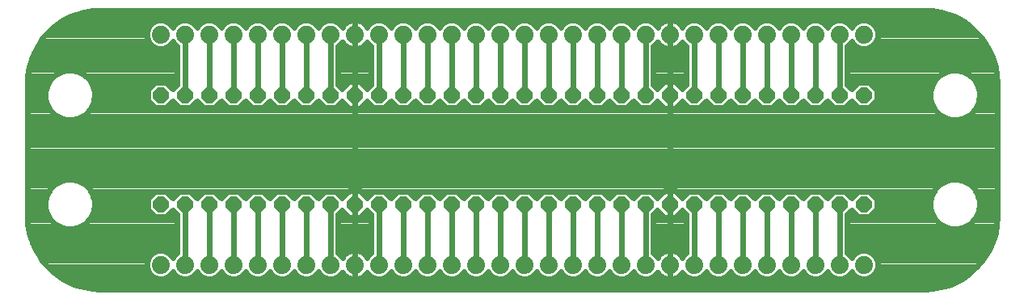
<source format=gbl>
G75*
G70*
%OFA0B0*%
%FSLAX24Y24*%
%IPPOS*%
%LPD*%
%AMOC8*
5,1,8,0,0,1.08239X$1,22.5*
%
%ADD10OC8,0.0650*%
%ADD11C,0.0740*%
%ADD12C,0.0240*%
D10*
X005720Y004050D03*
X006720Y004050D03*
X007720Y004050D03*
X008720Y004050D03*
X009720Y004050D03*
X010720Y004050D03*
X011720Y004050D03*
X012720Y004050D03*
X013720Y004050D03*
X014720Y004050D03*
X015720Y004050D03*
X016720Y004050D03*
X017720Y004050D03*
X018720Y004050D03*
X019720Y004050D03*
X020720Y004050D03*
X021720Y004050D03*
X022720Y004050D03*
X023720Y004050D03*
X024720Y004050D03*
X025720Y004050D03*
X026720Y004050D03*
X027720Y004050D03*
X028720Y004050D03*
X029720Y004050D03*
X030720Y004050D03*
X031720Y004050D03*
X032720Y004050D03*
X033720Y004050D03*
X034720Y004050D03*
X034720Y008550D03*
X033720Y008550D03*
X032720Y008550D03*
X031720Y008550D03*
X030720Y008550D03*
X029720Y008550D03*
X028720Y008550D03*
X027720Y008550D03*
X026720Y008550D03*
X025720Y008550D03*
X024720Y008550D03*
X023720Y008550D03*
X022720Y008550D03*
X021720Y008550D03*
X020720Y008550D03*
X019720Y008550D03*
X018720Y008550D03*
X017720Y008550D03*
X016720Y008550D03*
X015720Y008550D03*
X014720Y008550D03*
X013720Y008550D03*
X012720Y008550D03*
X011720Y008550D03*
X010720Y008550D03*
X009720Y008550D03*
X008720Y008550D03*
X007720Y008550D03*
X006720Y008550D03*
X005720Y008550D03*
D11*
X005720Y011050D03*
X006720Y011050D03*
X007720Y011050D03*
X008720Y011050D03*
X009720Y011050D03*
X010720Y011050D03*
X011720Y011050D03*
X012720Y011050D03*
X013720Y011050D03*
X014720Y011050D03*
X015720Y011050D03*
X016720Y011050D03*
X017720Y011050D03*
X018720Y011050D03*
X019720Y011050D03*
X020720Y011050D03*
X021720Y011050D03*
X022720Y011050D03*
X023720Y011050D03*
X024720Y011050D03*
X025720Y011050D03*
X026720Y011050D03*
X027720Y011050D03*
X028720Y011050D03*
X029720Y011050D03*
X030720Y011050D03*
X031720Y011050D03*
X032720Y011050D03*
X033720Y011050D03*
X034720Y011050D03*
X034720Y001550D03*
X033720Y001550D03*
X032720Y001550D03*
X031720Y001550D03*
X030720Y001550D03*
X029720Y001550D03*
X028720Y001550D03*
X027720Y001550D03*
X026720Y001550D03*
X025720Y001550D03*
X024720Y001550D03*
X023720Y001550D03*
X022720Y001550D03*
X021720Y001550D03*
X020720Y001550D03*
X019720Y001550D03*
X018720Y001550D03*
X017720Y001550D03*
X016720Y001550D03*
X015720Y001550D03*
X014720Y001550D03*
X013720Y001550D03*
X012720Y001550D03*
X011720Y001550D03*
X010720Y001550D03*
X009720Y001550D03*
X008720Y001550D03*
X007720Y001550D03*
X006720Y001550D03*
X005720Y001550D03*
D12*
X002229Y000718D02*
X001918Y000847D01*
X001624Y001010D01*
X001350Y001205D01*
X001099Y001429D01*
X000875Y001680D01*
X000680Y001954D01*
X000517Y002248D01*
X000388Y002559D01*
X000295Y002882D01*
X000239Y003214D01*
X000220Y003550D01*
X000220Y009050D01*
X000239Y009386D01*
X000295Y009718D01*
X000388Y010041D01*
X000517Y010352D01*
X000680Y010646D01*
X000875Y010920D01*
X001099Y011171D01*
X001350Y011395D01*
X001624Y011590D01*
X001918Y011753D01*
X002229Y011882D01*
X002552Y011975D01*
X002884Y012031D01*
X003220Y012050D01*
X037220Y012050D01*
X037556Y012031D01*
X037888Y011975D01*
X038211Y011882D01*
X038522Y011753D01*
X038816Y011590D01*
X039090Y011395D01*
X039341Y011171D01*
X039565Y010920D01*
X039760Y010646D01*
X039923Y010352D01*
X040052Y010041D01*
X040145Y009718D01*
X040201Y009386D01*
X040220Y009050D01*
X040220Y003550D01*
X040201Y003214D01*
X040145Y002882D01*
X040052Y002559D01*
X039923Y002248D01*
X039760Y001954D01*
X039565Y001680D01*
X039341Y001429D01*
X039090Y001205D01*
X038816Y001010D01*
X038522Y000847D01*
X038211Y000718D01*
X037888Y000625D01*
X037556Y000569D01*
X037220Y000550D01*
X003220Y000550D01*
X002884Y000569D01*
X002552Y000625D01*
X002229Y000718D01*
X002115Y000766D02*
X038325Y000766D01*
X038806Y001004D02*
X034891Y001004D01*
X034833Y000980D02*
X035043Y001067D01*
X035203Y001227D01*
X035290Y001437D01*
X035290Y001663D01*
X035203Y001873D01*
X035043Y002033D01*
X034833Y002120D01*
X034607Y002120D01*
X034397Y002033D01*
X034237Y001873D01*
X034220Y001832D01*
X034203Y001873D01*
X034043Y002033D01*
X034040Y002034D01*
X034040Y003628D01*
X034220Y003808D01*
X034503Y003525D01*
X034937Y003525D01*
X035245Y003833D01*
X035245Y004267D01*
X034937Y004575D01*
X034503Y004575D01*
X034220Y004292D01*
X033937Y004575D01*
X033503Y004575D01*
X033220Y004292D01*
X032937Y004575D01*
X032503Y004575D01*
X032220Y004292D01*
X031937Y004575D01*
X031503Y004575D01*
X031220Y004292D01*
X030937Y004575D01*
X030503Y004575D01*
X030220Y004292D01*
X029937Y004575D01*
X029503Y004575D01*
X029220Y004292D01*
X028937Y004575D01*
X028503Y004575D01*
X028220Y004292D01*
X027937Y004575D01*
X027503Y004575D01*
X027234Y004306D01*
X026946Y004595D01*
X026720Y004595D01*
X026494Y004595D01*
X026206Y004306D01*
X025937Y004575D01*
X025503Y004575D01*
X025220Y004292D01*
X024937Y004575D01*
X024503Y004575D01*
X024220Y004292D01*
X023937Y004575D01*
X023503Y004575D01*
X023220Y004292D01*
X022937Y004575D01*
X022503Y004575D01*
X022220Y004292D01*
X021937Y004575D01*
X021503Y004575D01*
X021220Y004292D01*
X020937Y004575D01*
X020503Y004575D01*
X020220Y004292D01*
X019937Y004575D01*
X019503Y004575D01*
X019220Y004292D01*
X018937Y004575D01*
X018503Y004575D01*
X018220Y004292D01*
X017937Y004575D01*
X017503Y004575D01*
X017220Y004292D01*
X016937Y004575D01*
X016503Y004575D01*
X016220Y004292D01*
X015937Y004575D01*
X015503Y004575D01*
X015220Y004292D01*
X014937Y004575D01*
X014503Y004575D01*
X014234Y004306D01*
X013946Y004595D01*
X013720Y004595D01*
X013494Y004595D01*
X013206Y004306D01*
X012937Y004575D01*
X012503Y004575D01*
X012220Y004292D01*
X011937Y004575D01*
X011503Y004575D01*
X011220Y004292D01*
X010937Y004575D01*
X010503Y004575D01*
X010220Y004292D01*
X009937Y004575D01*
X009503Y004575D01*
X009220Y004292D01*
X008937Y004575D01*
X008503Y004575D01*
X008220Y004292D01*
X007937Y004575D01*
X007503Y004575D01*
X007220Y004292D01*
X006937Y004575D01*
X006503Y004575D01*
X006220Y004292D01*
X005937Y004575D01*
X005503Y004575D01*
X005195Y004267D01*
X005195Y003833D01*
X005503Y003525D01*
X005937Y003525D01*
X006220Y003808D01*
X006400Y003628D01*
X006400Y002034D01*
X006397Y002033D01*
X006237Y001873D01*
X006220Y001832D01*
X006203Y001873D01*
X006043Y002033D01*
X005833Y002120D01*
X005607Y002120D01*
X005397Y002033D01*
X005237Y001873D01*
X005150Y001663D01*
X005150Y001437D01*
X005237Y001227D01*
X005397Y001067D01*
X005607Y000980D01*
X005833Y000980D01*
X006043Y001067D01*
X006203Y001227D01*
X006220Y001268D01*
X006237Y001227D01*
X006397Y001067D01*
X006607Y000980D01*
X006833Y000980D01*
X007043Y001067D01*
X007203Y001227D01*
X007220Y001268D01*
X007237Y001227D01*
X007397Y001067D01*
X007607Y000980D01*
X007833Y000980D01*
X008043Y001067D01*
X008203Y001227D01*
X008220Y001268D01*
X008237Y001227D01*
X008397Y001067D01*
X008607Y000980D01*
X008833Y000980D01*
X009043Y001067D01*
X009203Y001227D01*
X009220Y001268D01*
X009237Y001227D01*
X009397Y001067D01*
X009607Y000980D01*
X009833Y000980D01*
X010043Y001067D01*
X010203Y001227D01*
X010220Y001268D01*
X010237Y001227D01*
X010397Y001067D01*
X010607Y000980D01*
X010833Y000980D01*
X011043Y001067D01*
X011203Y001227D01*
X011220Y001268D01*
X011237Y001227D01*
X011397Y001067D01*
X011607Y000980D01*
X011833Y000980D01*
X012043Y001067D01*
X012203Y001227D01*
X012220Y001268D01*
X012237Y001227D01*
X012397Y001067D01*
X012607Y000980D01*
X012833Y000980D01*
X013043Y001067D01*
X013203Y001227D01*
X013212Y001248D01*
X013215Y001241D01*
X013270Y001166D01*
X013336Y001100D01*
X013411Y001045D01*
X013494Y001003D01*
X013582Y000975D01*
X013674Y000960D01*
X013720Y000960D01*
X013766Y000960D01*
X013858Y000975D01*
X013946Y001003D01*
X014029Y001045D01*
X014104Y001100D01*
X014170Y001166D01*
X014225Y001241D01*
X014228Y001248D01*
X014237Y001227D01*
X014397Y001067D01*
X014607Y000980D01*
X014833Y000980D01*
X015043Y001067D01*
X015203Y001227D01*
X015220Y001268D01*
X015237Y001227D01*
X015397Y001067D01*
X015607Y000980D01*
X015833Y000980D01*
X016043Y001067D01*
X016203Y001227D01*
X016220Y001268D01*
X016237Y001227D01*
X016397Y001067D01*
X016607Y000980D01*
X016833Y000980D01*
X017043Y001067D01*
X017203Y001227D01*
X017220Y001268D01*
X017237Y001227D01*
X017397Y001067D01*
X017607Y000980D01*
X017833Y000980D01*
X018043Y001067D01*
X018203Y001227D01*
X018220Y001268D01*
X018237Y001227D01*
X018397Y001067D01*
X018607Y000980D01*
X018833Y000980D01*
X019043Y001067D01*
X019203Y001227D01*
X019220Y001268D01*
X019237Y001227D01*
X019397Y001067D01*
X019607Y000980D01*
X019833Y000980D01*
X020043Y001067D01*
X020203Y001227D01*
X020220Y001268D01*
X020237Y001227D01*
X020397Y001067D01*
X020607Y000980D01*
X020833Y000980D01*
X021043Y001067D01*
X021203Y001227D01*
X021220Y001268D01*
X021237Y001227D01*
X021397Y001067D01*
X021607Y000980D01*
X021833Y000980D01*
X022043Y001067D01*
X022203Y001227D01*
X022220Y001268D01*
X022237Y001227D01*
X022397Y001067D01*
X022607Y000980D01*
X022833Y000980D01*
X023043Y001067D01*
X023203Y001227D01*
X023220Y001268D01*
X023237Y001227D01*
X023397Y001067D01*
X023607Y000980D01*
X023833Y000980D01*
X024043Y001067D01*
X024203Y001227D01*
X024220Y001268D01*
X024237Y001227D01*
X024397Y001067D01*
X024607Y000980D01*
X024833Y000980D01*
X025043Y001067D01*
X025203Y001227D01*
X025220Y001268D01*
X025237Y001227D01*
X025397Y001067D01*
X025607Y000980D01*
X025833Y000980D01*
X026043Y001067D01*
X026203Y001227D01*
X026212Y001248D01*
X026215Y001241D01*
X026270Y001166D01*
X026336Y001100D01*
X026411Y001045D01*
X026494Y001003D01*
X026582Y000975D01*
X026674Y000960D01*
X026720Y000960D01*
X026766Y000960D01*
X026858Y000975D01*
X026946Y001003D01*
X027029Y001045D01*
X027104Y001100D01*
X027170Y001166D01*
X027225Y001241D01*
X027228Y001248D01*
X027237Y001227D01*
X027397Y001067D01*
X027607Y000980D01*
X027833Y000980D01*
X028043Y001067D01*
X028203Y001227D01*
X028220Y001268D01*
X028237Y001227D01*
X028397Y001067D01*
X028607Y000980D01*
X028833Y000980D01*
X029043Y001067D01*
X029203Y001227D01*
X029220Y001268D01*
X029237Y001227D01*
X029397Y001067D01*
X029607Y000980D01*
X029833Y000980D01*
X030043Y001067D01*
X030203Y001227D01*
X030220Y001268D01*
X030237Y001227D01*
X030397Y001067D01*
X030607Y000980D01*
X030833Y000980D01*
X031043Y001067D01*
X031203Y001227D01*
X031220Y001268D01*
X031237Y001227D01*
X031397Y001067D01*
X031607Y000980D01*
X031833Y000980D01*
X032043Y001067D01*
X032203Y001227D01*
X032220Y001268D01*
X032237Y001227D01*
X032397Y001067D01*
X032607Y000980D01*
X032833Y000980D01*
X033043Y001067D01*
X033203Y001227D01*
X033220Y001268D01*
X033237Y001227D01*
X033397Y001067D01*
X033607Y000980D01*
X033833Y000980D01*
X034043Y001067D01*
X034203Y001227D01*
X034220Y001268D01*
X034237Y001227D01*
X034397Y001067D01*
X034607Y000980D01*
X034833Y000980D01*
X034549Y001004D02*
X033891Y001004D01*
X033549Y001004D02*
X032891Y001004D01*
X032549Y001004D02*
X031891Y001004D01*
X031549Y001004D02*
X030891Y001004D01*
X030549Y001004D02*
X029891Y001004D01*
X029549Y001004D02*
X028891Y001004D01*
X028549Y001004D02*
X027891Y001004D01*
X027549Y001004D02*
X026948Y001004D01*
X026720Y001004D02*
X026720Y001004D01*
X026720Y000960D02*
X026720Y001550D01*
X026720Y008550D01*
X026720Y011050D01*
X026720Y011050D01*
X026720Y011640D01*
X026766Y011640D01*
X026858Y011625D01*
X026946Y011597D01*
X027029Y011555D01*
X027104Y011500D01*
X027170Y011434D01*
X027225Y011359D01*
X027228Y011352D01*
X027237Y011373D01*
X027397Y011533D01*
X027607Y011620D01*
X027833Y011620D01*
X028043Y011533D01*
X028203Y011373D01*
X028220Y011332D01*
X028237Y011373D01*
X028397Y011533D01*
X028607Y011620D01*
X028833Y011620D01*
X029043Y011533D01*
X029203Y011373D01*
X029220Y011332D01*
X029237Y011373D01*
X029397Y011533D01*
X029607Y011620D01*
X029833Y011620D01*
X030043Y011533D01*
X030203Y011373D01*
X030220Y011332D01*
X030237Y011373D01*
X030397Y011533D01*
X030607Y011620D01*
X030833Y011620D01*
X031043Y011533D01*
X031203Y011373D01*
X031220Y011332D01*
X031237Y011373D01*
X031397Y011533D01*
X031607Y011620D01*
X031833Y011620D01*
X032043Y011533D01*
X032203Y011373D01*
X032220Y011332D01*
X032237Y011373D01*
X032397Y011533D01*
X032607Y011620D01*
X032833Y011620D01*
X033043Y011533D01*
X033203Y011373D01*
X033220Y011332D01*
X033237Y011373D01*
X033397Y011533D01*
X033607Y011620D01*
X033833Y011620D01*
X034043Y011533D01*
X034203Y011373D01*
X034220Y011332D01*
X034237Y011373D01*
X034397Y011533D01*
X034607Y011620D01*
X034833Y011620D01*
X035043Y011533D01*
X035203Y011373D01*
X035290Y011163D01*
X035290Y010937D01*
X035203Y010727D01*
X035043Y010567D01*
X034833Y010480D01*
X034607Y010480D01*
X034397Y010567D01*
X034237Y010727D01*
X034220Y010768D01*
X034203Y010727D01*
X034043Y010567D01*
X034040Y010566D01*
X034040Y008972D01*
X034220Y008792D01*
X034503Y009075D01*
X034937Y009075D01*
X035245Y008767D01*
X035245Y008333D01*
X034937Y008025D01*
X034503Y008025D01*
X034220Y008308D01*
X033937Y008025D01*
X033503Y008025D01*
X033220Y008308D01*
X032937Y008025D01*
X032503Y008025D01*
X032220Y008308D01*
X031937Y008025D01*
X031503Y008025D01*
X031220Y008308D01*
X030937Y008025D01*
X030503Y008025D01*
X030220Y008308D01*
X029937Y008025D01*
X029503Y008025D01*
X029220Y008308D01*
X028937Y008025D01*
X028503Y008025D01*
X028220Y008308D01*
X027937Y008025D01*
X027503Y008025D01*
X027234Y008294D01*
X026946Y008005D01*
X026720Y008005D01*
X026720Y008550D01*
X026720Y008550D01*
X026720Y009095D01*
X026946Y009095D01*
X027234Y008806D01*
X027400Y008972D01*
X027400Y010566D01*
X027397Y010567D01*
X027237Y010727D01*
X027228Y010748D01*
X027225Y010741D01*
X027170Y010666D01*
X027104Y010600D01*
X027029Y010545D01*
X026946Y010503D01*
X026858Y010475D01*
X026766Y010460D01*
X026720Y010460D01*
X026720Y011050D01*
X026720Y011640D01*
X026674Y011640D01*
X026582Y011625D01*
X026494Y011597D01*
X026411Y011555D01*
X026336Y011500D01*
X026270Y011434D01*
X026215Y011359D01*
X026212Y011352D01*
X026203Y011373D01*
X026043Y011533D01*
X025833Y011620D01*
X025607Y011620D01*
X025397Y011533D01*
X025237Y011373D01*
X025220Y011332D01*
X025203Y011373D01*
X025043Y011533D01*
X024833Y011620D01*
X024607Y011620D01*
X024397Y011533D01*
X024237Y011373D01*
X024220Y011332D01*
X024203Y011373D01*
X024043Y011533D01*
X023833Y011620D01*
X023607Y011620D01*
X023397Y011533D01*
X023237Y011373D01*
X023220Y011332D01*
X023203Y011373D01*
X023043Y011533D01*
X022833Y011620D01*
X022607Y011620D01*
X022397Y011533D01*
X022237Y011373D01*
X022220Y011332D01*
X022203Y011373D01*
X022043Y011533D01*
X021833Y011620D01*
X021607Y011620D01*
X021397Y011533D01*
X021237Y011373D01*
X021220Y011332D01*
X021203Y011373D01*
X021043Y011533D01*
X020833Y011620D01*
X020607Y011620D01*
X020397Y011533D01*
X020237Y011373D01*
X020220Y011332D01*
X020203Y011373D01*
X020043Y011533D01*
X019833Y011620D01*
X019607Y011620D01*
X019397Y011533D01*
X019237Y011373D01*
X019220Y011332D01*
X019203Y011373D01*
X019043Y011533D01*
X018833Y011620D01*
X018607Y011620D01*
X018397Y011533D01*
X018237Y011373D01*
X018220Y011332D01*
X018203Y011373D01*
X018043Y011533D01*
X017833Y011620D01*
X017607Y011620D01*
X017397Y011533D01*
X017237Y011373D01*
X017220Y011332D01*
X017203Y011373D01*
X017043Y011533D01*
X016833Y011620D01*
X016607Y011620D01*
X016397Y011533D01*
X016237Y011373D01*
X016220Y011332D01*
X016203Y011373D01*
X016043Y011533D01*
X015833Y011620D01*
X015607Y011620D01*
X015397Y011533D01*
X015237Y011373D01*
X015220Y011332D01*
X015203Y011373D01*
X015043Y011533D01*
X014833Y011620D01*
X014607Y011620D01*
X014397Y011533D01*
X014237Y011373D01*
X014228Y011352D01*
X014225Y011359D01*
X014170Y011434D01*
X014104Y011500D01*
X014029Y011555D01*
X013946Y011597D01*
X013858Y011625D01*
X013766Y011640D01*
X013720Y011640D01*
X013720Y011050D01*
X013720Y008550D01*
X013720Y001550D01*
X013720Y001550D01*
X013720Y002140D01*
X013766Y002140D01*
X013858Y002125D01*
X013946Y002097D01*
X014029Y002055D01*
X014104Y002000D01*
X014170Y001934D01*
X014225Y001859D01*
X014228Y001852D01*
X014237Y001873D01*
X014397Y002033D01*
X014400Y002034D01*
X014400Y003628D01*
X014234Y003794D01*
X013946Y003505D01*
X013720Y003505D01*
X013720Y004050D01*
X013720Y004050D01*
X013720Y004595D01*
X013720Y004050D01*
X013720Y004050D01*
X013720Y003505D01*
X013494Y003505D01*
X013206Y003794D01*
X013040Y003628D01*
X013040Y002034D01*
X013043Y002033D01*
X013203Y001873D01*
X013212Y001852D01*
X013215Y001859D01*
X013270Y001934D01*
X013336Y002000D01*
X013411Y002055D01*
X013494Y002097D01*
X013582Y002125D01*
X013674Y002140D01*
X013720Y002140D01*
X013720Y001550D01*
X013720Y000960D01*
X013720Y001550D01*
X013720Y001550D01*
X013720Y001481D02*
X013720Y001481D01*
X013720Y001243D02*
X013720Y001243D01*
X013720Y001004D02*
X013720Y001004D01*
X013948Y001004D02*
X014549Y001004D01*
X014891Y001004D02*
X015549Y001004D01*
X015891Y001004D02*
X016549Y001004D01*
X016891Y001004D02*
X017549Y001004D01*
X017891Y001004D02*
X018549Y001004D01*
X018891Y001004D02*
X019549Y001004D01*
X019891Y001004D02*
X020549Y001004D01*
X020891Y001004D02*
X021549Y001004D01*
X021891Y001004D02*
X022549Y001004D01*
X022891Y001004D02*
X023549Y001004D01*
X023891Y001004D02*
X024549Y001004D01*
X024891Y001004D02*
X025549Y001004D01*
X025891Y001004D02*
X026492Y001004D01*
X026720Y000960D02*
X026720Y001550D01*
X026720Y001550D01*
X026720Y002140D01*
X026766Y002140D01*
X026858Y002125D01*
X026946Y002097D01*
X027029Y002055D01*
X027104Y002000D01*
X027170Y001934D01*
X027225Y001859D01*
X027228Y001852D01*
X027237Y001873D01*
X027397Y002033D01*
X027400Y002034D01*
X027400Y003628D01*
X027234Y003794D01*
X026946Y003505D01*
X026720Y003505D01*
X026720Y004050D01*
X026720Y004050D01*
X026720Y004595D01*
X026720Y004050D01*
X026720Y004050D01*
X026720Y003505D01*
X026494Y003505D01*
X026206Y003794D01*
X026040Y003628D01*
X026040Y002034D01*
X026043Y002033D01*
X026203Y001873D01*
X026212Y001852D01*
X026215Y001859D01*
X026270Y001934D01*
X026336Y002000D01*
X026411Y002055D01*
X026494Y002097D01*
X026582Y002125D01*
X026674Y002140D01*
X026720Y002140D01*
X026720Y001550D01*
X026720Y001550D01*
X026720Y001481D02*
X026720Y001481D01*
X026720Y001243D02*
X026720Y001243D01*
X027225Y001243D02*
X027230Y001243D01*
X028210Y001243D02*
X028230Y001243D01*
X028720Y001550D02*
X028720Y004050D01*
X028271Y004343D02*
X028169Y004343D01*
X027720Y004050D02*
X027720Y001550D01*
X026720Y001720D02*
X026720Y001720D01*
X026720Y001958D02*
X026720Y001958D01*
X027146Y001958D02*
X027322Y001958D01*
X027400Y002197D02*
X026040Y002197D01*
X026040Y002435D02*
X027400Y002435D01*
X027400Y002674D02*
X026040Y002674D01*
X026040Y002912D02*
X027400Y002912D01*
X027400Y003151D02*
X026040Y003151D01*
X026040Y003389D02*
X027400Y003389D01*
X027400Y003628D02*
X027068Y003628D01*
X026720Y003628D02*
X026720Y003628D01*
X026372Y003628D02*
X026040Y003628D01*
X026720Y003866D02*
X026720Y003866D01*
X026720Y004105D02*
X026720Y004105D01*
X026720Y004343D02*
X026720Y004343D01*
X027197Y004343D02*
X027271Y004343D01*
X026959Y004582D02*
X037611Y004582D01*
X037662Y004670D02*
X037529Y004440D01*
X037460Y004183D01*
X037460Y003917D01*
X037529Y003660D01*
X037662Y003430D01*
X037850Y003242D01*
X038080Y003109D01*
X038337Y003040D01*
X038603Y003040D01*
X038860Y003109D01*
X039090Y003242D01*
X039278Y003430D01*
X039411Y003660D01*
X039480Y003917D01*
X039480Y004183D01*
X039411Y004440D01*
X039278Y004670D01*
X039090Y004858D01*
X038860Y004991D01*
X038603Y005060D01*
X038337Y005060D01*
X038080Y004991D01*
X037850Y004858D01*
X037662Y004670D01*
X037812Y004820D02*
X002628Y004820D01*
X002590Y004858D02*
X002360Y004991D01*
X002103Y005060D01*
X001837Y005060D01*
X001580Y004991D01*
X001350Y004858D01*
X001162Y004670D01*
X001029Y004440D01*
X000960Y004183D01*
X000960Y003917D01*
X001029Y003660D01*
X001162Y003430D01*
X001350Y003242D01*
X001580Y003109D01*
X001837Y003040D01*
X002103Y003040D01*
X002360Y003109D01*
X002590Y003242D01*
X002778Y003430D01*
X002911Y003660D01*
X002980Y003917D01*
X002980Y004183D01*
X002911Y004440D01*
X002778Y004670D01*
X002590Y004858D01*
X002829Y004582D02*
X013481Y004582D01*
X013720Y004582D02*
X013720Y004582D01*
X013959Y004582D02*
X026481Y004582D01*
X026720Y004582D02*
X026720Y004582D01*
X026243Y004343D02*
X026169Y004343D01*
X025720Y004050D02*
X025720Y001550D01*
X024720Y001550D02*
X024720Y004050D01*
X025169Y004343D02*
X025271Y004343D01*
X024271Y004343D02*
X024169Y004343D01*
X023720Y004050D02*
X023720Y001550D01*
X022720Y001550D02*
X022720Y004050D01*
X023169Y004343D02*
X023271Y004343D01*
X022271Y004343D02*
X022169Y004343D01*
X021720Y004050D02*
X021720Y001550D01*
X020720Y001550D02*
X020720Y004050D01*
X020271Y004343D02*
X020169Y004343D01*
X019720Y004050D02*
X019720Y001550D01*
X018720Y001550D02*
X018720Y004050D01*
X018271Y004343D02*
X018169Y004343D01*
X017720Y004050D02*
X017720Y001550D01*
X016720Y001550D02*
X016720Y004050D01*
X016271Y004343D02*
X016169Y004343D01*
X015720Y004050D02*
X015720Y001550D01*
X014720Y001550D02*
X014720Y004050D01*
X014271Y004343D02*
X014197Y004343D01*
X013720Y004343D02*
X013720Y004343D01*
X013243Y004343D02*
X013169Y004343D01*
X012720Y004050D02*
X012720Y001550D01*
X013720Y001720D02*
X013720Y001720D01*
X013720Y001958D02*
X013720Y001958D01*
X014146Y001958D02*
X014322Y001958D01*
X014400Y002197D02*
X013040Y002197D01*
X013040Y002435D02*
X014400Y002435D01*
X014400Y002674D02*
X013040Y002674D01*
X013040Y002912D02*
X014400Y002912D01*
X014400Y003151D02*
X013040Y003151D01*
X013040Y003389D02*
X014400Y003389D01*
X014400Y003628D02*
X014068Y003628D01*
X013720Y003628D02*
X013720Y003628D01*
X013372Y003628D02*
X013040Y003628D01*
X013720Y003866D02*
X013720Y003866D01*
X013720Y004105D02*
X013720Y004105D01*
X012271Y004343D02*
X012169Y004343D01*
X011720Y004050D02*
X011720Y001550D01*
X010720Y001550D02*
X010720Y004050D01*
X010271Y004343D02*
X010169Y004343D01*
X009720Y004050D02*
X009720Y001550D01*
X010210Y001243D02*
X010230Y001243D01*
X010549Y001004D02*
X009891Y001004D01*
X009549Y001004D02*
X008891Y001004D01*
X008549Y001004D02*
X007891Y001004D01*
X007549Y001004D02*
X006891Y001004D01*
X006549Y001004D02*
X005891Y001004D01*
X005549Y001004D02*
X001634Y001004D01*
X001307Y001243D02*
X005230Y001243D01*
X005150Y001481D02*
X001052Y001481D01*
X000846Y001720D02*
X005173Y001720D01*
X005322Y001958D02*
X000678Y001958D01*
X000546Y002197D02*
X006400Y002197D01*
X006400Y002435D02*
X000440Y002435D01*
X000355Y002674D02*
X006400Y002674D01*
X006400Y002912D02*
X000290Y002912D01*
X000250Y003151D02*
X001508Y003151D01*
X001203Y003389D02*
X000229Y003389D01*
X000220Y003628D02*
X001048Y003628D01*
X000974Y003866D02*
X000220Y003866D01*
X000220Y004105D02*
X000960Y004105D01*
X001003Y004343D02*
X000220Y004343D01*
X000220Y004582D02*
X001111Y004582D01*
X001312Y004820D02*
X000220Y004820D01*
X000220Y005059D02*
X001831Y005059D01*
X002109Y005059D02*
X038331Y005059D01*
X038609Y005059D02*
X040220Y005059D01*
X040220Y005297D02*
X000220Y005297D01*
X000220Y005536D02*
X040220Y005536D01*
X040220Y005774D02*
X000220Y005774D01*
X000220Y006013D02*
X040220Y006013D01*
X040220Y006251D02*
X000220Y006251D01*
X000220Y006490D02*
X040220Y006490D01*
X040220Y006728D02*
X000220Y006728D01*
X000220Y006967D02*
X040220Y006967D01*
X040220Y007205D02*
X000220Y007205D01*
X000220Y007444D02*
X040220Y007444D01*
X040220Y007682D02*
X038987Y007682D01*
X039090Y007742D02*
X039278Y007930D01*
X039411Y008160D01*
X039480Y008417D01*
X039480Y008683D01*
X039411Y008940D01*
X039278Y009170D01*
X039090Y009358D01*
X038860Y009491D01*
X038603Y009560D01*
X038337Y009560D01*
X038080Y009491D01*
X037850Y009358D01*
X037662Y009170D01*
X037529Y008940D01*
X037460Y008683D01*
X037460Y008417D01*
X037529Y008160D01*
X037662Y007930D01*
X037850Y007742D01*
X038080Y007609D01*
X038337Y007540D01*
X038603Y007540D01*
X038860Y007609D01*
X039090Y007742D01*
X039269Y007921D02*
X040220Y007921D01*
X040220Y008159D02*
X039411Y008159D01*
X039475Y008398D02*
X040220Y008398D01*
X040220Y008636D02*
X039480Y008636D01*
X039429Y008875D02*
X040220Y008875D01*
X040216Y009113D02*
X039311Y009113D01*
X039097Y009352D02*
X040203Y009352D01*
X040166Y009590D02*
X034040Y009590D01*
X034040Y009352D02*
X037843Y009352D01*
X037629Y009113D02*
X034040Y009113D01*
X034138Y008875D02*
X034302Y008875D01*
X033720Y008550D02*
X033720Y011050D01*
X033362Y011498D02*
X033078Y011498D01*
X032362Y011498D02*
X032078Y011498D01*
X031362Y011498D02*
X031078Y011498D01*
X030362Y011498D02*
X030078Y011498D01*
X029362Y011498D02*
X029078Y011498D01*
X028362Y011498D02*
X028078Y011498D01*
X027362Y011498D02*
X027106Y011498D01*
X026720Y011498D02*
X026720Y011498D01*
X026334Y011498D02*
X026078Y011498D01*
X026720Y011260D02*
X026720Y011260D01*
X026720Y011050D02*
X026720Y011050D01*
X026720Y010460D01*
X026674Y010460D01*
X026582Y010475D01*
X026494Y010503D01*
X026411Y010545D01*
X026336Y010600D01*
X026270Y010666D01*
X026215Y010741D01*
X026212Y010748D01*
X026203Y010727D01*
X026043Y010567D01*
X026040Y010566D01*
X026040Y008972D01*
X026206Y008806D01*
X026494Y009095D01*
X026720Y009095D01*
X026720Y008550D01*
X026720Y008550D01*
X026720Y008005D01*
X026494Y008005D01*
X026206Y008294D01*
X025937Y008025D01*
X025503Y008025D01*
X025220Y008308D01*
X024937Y008025D01*
X024503Y008025D01*
X024220Y008308D01*
X023937Y008025D01*
X023503Y008025D01*
X023220Y008308D01*
X022937Y008025D01*
X022503Y008025D01*
X022220Y008308D01*
X021937Y008025D01*
X021503Y008025D01*
X021220Y008308D01*
X020937Y008025D01*
X020503Y008025D01*
X020220Y008308D01*
X019937Y008025D01*
X019503Y008025D01*
X019220Y008308D01*
X018937Y008025D01*
X018503Y008025D01*
X018220Y008308D01*
X017937Y008025D01*
X017503Y008025D01*
X017220Y008308D01*
X016937Y008025D01*
X016503Y008025D01*
X016220Y008308D01*
X015937Y008025D01*
X015503Y008025D01*
X015220Y008308D01*
X014937Y008025D01*
X014503Y008025D01*
X014234Y008294D01*
X013946Y008005D01*
X013720Y008005D01*
X013720Y008550D01*
X013720Y008550D01*
X013720Y009095D01*
X013494Y009095D01*
X013206Y008806D01*
X013040Y008972D01*
X013040Y010566D01*
X013043Y010567D01*
X013203Y010727D01*
X013212Y010748D01*
X013215Y010741D01*
X013270Y010666D01*
X013336Y010600D01*
X013411Y010545D01*
X013494Y010503D01*
X013582Y010475D01*
X013674Y010460D01*
X013720Y010460D01*
X013766Y010460D01*
X013858Y010475D01*
X013946Y010503D01*
X014029Y010545D01*
X014104Y010600D01*
X014170Y010666D01*
X014225Y010741D01*
X014228Y010748D01*
X014237Y010727D01*
X014397Y010567D01*
X014400Y010566D01*
X014400Y008972D01*
X014234Y008806D01*
X013946Y009095D01*
X013720Y009095D01*
X013720Y008550D01*
X013720Y008550D01*
X013720Y008005D01*
X013494Y008005D01*
X013206Y008294D01*
X012937Y008025D01*
X012503Y008025D01*
X012220Y008308D01*
X011937Y008025D01*
X011503Y008025D01*
X011220Y008308D01*
X010937Y008025D01*
X010503Y008025D01*
X010220Y008308D01*
X009937Y008025D01*
X009503Y008025D01*
X009220Y008308D01*
X008937Y008025D01*
X008503Y008025D01*
X008220Y008308D01*
X007937Y008025D01*
X007503Y008025D01*
X007220Y008308D01*
X006937Y008025D01*
X006503Y008025D01*
X006220Y008308D01*
X005937Y008025D01*
X005503Y008025D01*
X005195Y008333D01*
X005195Y008767D01*
X005503Y009075D01*
X005937Y009075D01*
X006220Y008792D01*
X006400Y008972D01*
X006400Y010566D01*
X006397Y010567D01*
X006237Y010727D01*
X006220Y010768D01*
X006203Y010727D01*
X006043Y010567D01*
X005833Y010480D01*
X005607Y010480D01*
X005397Y010567D01*
X005237Y010727D01*
X005150Y010937D01*
X005150Y011163D01*
X005237Y011373D01*
X005397Y011533D01*
X005607Y011620D01*
X005833Y011620D01*
X006043Y011533D01*
X006203Y011373D01*
X006220Y011332D01*
X006237Y011373D01*
X006397Y011533D01*
X006607Y011620D01*
X006833Y011620D01*
X007043Y011533D01*
X007203Y011373D01*
X007220Y011332D01*
X007237Y011373D01*
X007397Y011533D01*
X007607Y011620D01*
X007833Y011620D01*
X008043Y011533D01*
X008203Y011373D01*
X008220Y011332D01*
X008237Y011373D01*
X008397Y011533D01*
X008607Y011620D01*
X008833Y011620D01*
X009043Y011533D01*
X009203Y011373D01*
X009220Y011332D01*
X009237Y011373D01*
X009397Y011533D01*
X009607Y011620D01*
X009833Y011620D01*
X010043Y011533D01*
X010203Y011373D01*
X010220Y011332D01*
X010237Y011373D01*
X010397Y011533D01*
X010607Y011620D01*
X010833Y011620D01*
X011043Y011533D01*
X011203Y011373D01*
X011220Y011332D01*
X011237Y011373D01*
X011397Y011533D01*
X011607Y011620D01*
X011833Y011620D01*
X012043Y011533D01*
X012203Y011373D01*
X012220Y011332D01*
X012237Y011373D01*
X012397Y011533D01*
X012607Y011620D01*
X012833Y011620D01*
X013043Y011533D01*
X013203Y011373D01*
X013212Y011352D01*
X013215Y011359D01*
X013270Y011434D01*
X013336Y011500D01*
X013411Y011555D01*
X013494Y011597D01*
X013582Y011625D01*
X013674Y011640D01*
X013720Y011640D01*
X013720Y011050D01*
X013720Y011050D01*
X013720Y010460D01*
X013720Y011050D01*
X013720Y011050D01*
X013720Y011021D02*
X013720Y011021D01*
X013720Y010783D02*
X013720Y010783D01*
X013720Y010544D02*
X013720Y010544D01*
X014027Y010544D02*
X014400Y010544D01*
X014400Y010306D02*
X013040Y010306D01*
X013040Y010544D02*
X013413Y010544D01*
X013040Y010067D02*
X014400Y010067D01*
X014400Y009829D02*
X013040Y009829D01*
X013040Y009590D02*
X014400Y009590D01*
X014400Y009352D02*
X013040Y009352D01*
X013040Y009113D02*
X014400Y009113D01*
X014302Y008875D02*
X014166Y008875D01*
X013720Y008875D02*
X013720Y008875D01*
X013274Y008875D02*
X013138Y008875D01*
X012720Y008550D02*
X012720Y011050D01*
X013720Y011260D02*
X013720Y011260D01*
X013720Y011498D02*
X013720Y011498D01*
X014106Y011498D02*
X014362Y011498D01*
X015078Y011498D02*
X015362Y011498D01*
X016078Y011498D02*
X016362Y011498D01*
X017078Y011498D02*
X017362Y011498D01*
X018078Y011498D02*
X018362Y011498D01*
X019078Y011498D02*
X019362Y011498D01*
X020078Y011498D02*
X020362Y011498D01*
X021078Y011498D02*
X021362Y011498D01*
X022078Y011498D02*
X022362Y011498D01*
X023078Y011498D02*
X023362Y011498D01*
X024078Y011498D02*
X024362Y011498D01*
X025078Y011498D02*
X025362Y011498D01*
X025720Y011050D02*
X025720Y008550D01*
X026138Y008875D02*
X026274Y008875D01*
X026040Y009113D02*
X027400Y009113D01*
X027400Y009352D02*
X026040Y009352D01*
X026040Y009590D02*
X027400Y009590D01*
X027400Y009829D02*
X026040Y009829D01*
X026040Y010067D02*
X027400Y010067D01*
X027400Y010306D02*
X026040Y010306D01*
X026040Y010544D02*
X026413Y010544D01*
X026720Y010544D02*
X026720Y010544D01*
X027027Y010544D02*
X027400Y010544D01*
X026720Y010783D02*
X026720Y010783D01*
X026720Y011021D02*
X026720Y011021D01*
X027720Y011050D02*
X027720Y008550D01*
X027302Y008875D02*
X027166Y008875D01*
X026720Y008875D02*
X026720Y008875D01*
X026720Y008636D02*
X026720Y008636D01*
X026720Y008398D02*
X026720Y008398D01*
X026720Y008159D02*
X026720Y008159D01*
X027099Y008159D02*
X027369Y008159D01*
X028071Y008159D02*
X028369Y008159D01*
X029071Y008159D02*
X029369Y008159D01*
X030071Y008159D02*
X030369Y008159D01*
X031071Y008159D02*
X031369Y008159D01*
X032071Y008159D02*
X032369Y008159D01*
X033071Y008159D02*
X033369Y008159D01*
X034071Y008159D02*
X034369Y008159D01*
X035071Y008159D02*
X037529Y008159D01*
X037465Y008398D02*
X035245Y008398D01*
X035245Y008636D02*
X037460Y008636D01*
X037511Y008875D02*
X035138Y008875D01*
X032720Y008550D02*
X032720Y011050D01*
X031720Y011050D02*
X031720Y008550D01*
X030720Y008550D02*
X030720Y011050D01*
X029720Y011050D02*
X029720Y008550D01*
X028720Y008550D02*
X028720Y011050D01*
X024720Y011050D02*
X024720Y008550D01*
X025071Y008159D02*
X025369Y008159D01*
X026071Y008159D02*
X026341Y008159D01*
X024369Y008159D02*
X024071Y008159D01*
X023369Y008159D02*
X023071Y008159D01*
X022369Y008159D02*
X022071Y008159D01*
X021369Y008159D02*
X021071Y008159D01*
X020369Y008159D02*
X020071Y008159D01*
X019369Y008159D02*
X019071Y008159D01*
X018369Y008159D02*
X018071Y008159D01*
X017369Y008159D02*
X017071Y008159D01*
X016369Y008159D02*
X016071Y008159D01*
X015369Y008159D02*
X015071Y008159D01*
X014369Y008159D02*
X014099Y008159D01*
X013720Y008159D02*
X013720Y008159D01*
X013720Y008398D02*
X013720Y008398D01*
X013341Y008159D02*
X013071Y008159D01*
X012369Y008159D02*
X012071Y008159D01*
X011369Y008159D02*
X011071Y008159D01*
X010369Y008159D02*
X010071Y008159D01*
X009369Y008159D02*
X009071Y008159D01*
X008369Y008159D02*
X008071Y008159D01*
X007369Y008159D02*
X007071Y008159D01*
X006369Y008159D02*
X006071Y008159D01*
X005369Y008159D02*
X002911Y008159D01*
X002911Y008160D02*
X002980Y008417D01*
X002980Y008683D01*
X002911Y008940D01*
X002778Y009170D01*
X002590Y009358D01*
X002360Y009491D01*
X002103Y009560D01*
X001837Y009560D01*
X001580Y009491D01*
X001350Y009358D01*
X001162Y009170D01*
X001029Y008940D01*
X000960Y008683D01*
X000960Y008417D01*
X001029Y008160D01*
X001162Y007930D01*
X001350Y007742D01*
X001580Y007609D01*
X001837Y007540D01*
X002103Y007540D01*
X002360Y007609D01*
X002590Y007742D01*
X002778Y007930D01*
X002911Y008160D01*
X002975Y008398D02*
X005195Y008398D01*
X005195Y008636D02*
X002980Y008636D01*
X002929Y008875D02*
X005302Y008875D01*
X006138Y008875D02*
X006302Y008875D01*
X006400Y009113D02*
X002811Y009113D01*
X002597Y009352D02*
X006400Y009352D01*
X006400Y009590D02*
X000274Y009590D01*
X000237Y009352D02*
X001343Y009352D01*
X001129Y009113D02*
X000224Y009113D01*
X000220Y008875D02*
X001011Y008875D01*
X000960Y008636D02*
X000220Y008636D01*
X000220Y008398D02*
X000965Y008398D01*
X001029Y008159D02*
X000220Y008159D01*
X000220Y007921D02*
X001171Y007921D01*
X001453Y007682D02*
X000220Y007682D01*
X002487Y007682D02*
X037953Y007682D01*
X037671Y007921D02*
X002769Y007921D01*
X006720Y008550D02*
X006720Y011050D01*
X006362Y011498D02*
X006078Y011498D01*
X005362Y011498D02*
X001494Y011498D01*
X001197Y011260D02*
X005190Y011260D01*
X005150Y011021D02*
X000964Y011021D01*
X000777Y010783D02*
X005214Y010783D01*
X005452Y010544D02*
X000623Y010544D01*
X000498Y010306D02*
X006400Y010306D01*
X006400Y010544D02*
X005988Y010544D01*
X006400Y010067D02*
X000399Y010067D01*
X000327Y009829D02*
X006400Y009829D01*
X007720Y011050D02*
X007720Y008550D01*
X008720Y008550D02*
X008720Y011050D01*
X008362Y011498D02*
X008078Y011498D01*
X007362Y011498D02*
X007078Y011498D01*
X009078Y011498D02*
X009362Y011498D01*
X010078Y011498D02*
X010362Y011498D01*
X011078Y011498D02*
X011362Y011498D01*
X012078Y011498D02*
X012362Y011498D01*
X013078Y011498D02*
X013334Y011498D01*
X014720Y011050D02*
X014720Y008550D01*
X015720Y008550D02*
X015720Y011050D01*
X016720Y011050D02*
X016720Y008550D01*
X017720Y008550D02*
X017720Y011050D01*
X018720Y011050D02*
X018720Y008550D01*
X019720Y008550D02*
X019720Y011050D01*
X020720Y011050D02*
X020720Y008550D01*
X021720Y008550D02*
X021720Y011050D01*
X022720Y011050D02*
X022720Y008550D01*
X023720Y008550D02*
X023720Y011050D01*
X013720Y008636D02*
X013720Y008636D01*
X011720Y008550D02*
X011720Y011050D01*
X010720Y011050D02*
X010720Y008550D01*
X009720Y008550D02*
X009720Y011050D01*
X002554Y011975D02*
X037886Y011975D01*
X038551Y011737D02*
X001889Y011737D01*
X002937Y004343D02*
X005271Y004343D01*
X005195Y004105D02*
X002980Y004105D01*
X002966Y003866D02*
X005195Y003866D01*
X005400Y003628D02*
X002892Y003628D01*
X002737Y003389D02*
X006400Y003389D01*
X006400Y003628D02*
X006040Y003628D01*
X006400Y003151D02*
X002432Y003151D01*
X006169Y004343D02*
X006271Y004343D01*
X006720Y004050D02*
X006720Y001550D01*
X006322Y001958D02*
X006118Y001958D01*
X007720Y001550D02*
X007720Y004050D01*
X007271Y004343D02*
X007169Y004343D01*
X008169Y004343D02*
X008271Y004343D01*
X008720Y004050D02*
X008720Y001550D01*
X009210Y001243D02*
X009230Y001243D01*
X008230Y001243D02*
X008210Y001243D01*
X007230Y001243D02*
X007210Y001243D01*
X006230Y001243D02*
X006210Y001243D01*
X010891Y001004D02*
X011549Y001004D01*
X011891Y001004D02*
X012549Y001004D01*
X012891Y001004D02*
X013492Y001004D01*
X013215Y001243D02*
X013210Y001243D01*
X012230Y001243D02*
X012210Y001243D01*
X011230Y001243D02*
X011210Y001243D01*
X013118Y001958D02*
X013294Y001958D01*
X014225Y001243D02*
X014230Y001243D01*
X015210Y001243D02*
X015230Y001243D01*
X016210Y001243D02*
X016230Y001243D01*
X017210Y001243D02*
X017230Y001243D01*
X018210Y001243D02*
X018230Y001243D01*
X019210Y001243D02*
X019230Y001243D01*
X020210Y001243D02*
X020230Y001243D01*
X021210Y001243D02*
X021230Y001243D01*
X022210Y001243D02*
X022230Y001243D01*
X023210Y001243D02*
X023230Y001243D01*
X024210Y001243D02*
X024230Y001243D01*
X025210Y001243D02*
X025230Y001243D01*
X026210Y001243D02*
X026215Y001243D01*
X026294Y001958D02*
X026118Y001958D01*
X029210Y001243D02*
X029230Y001243D01*
X030210Y001243D02*
X030230Y001243D01*
X030720Y001550D02*
X030720Y004050D01*
X031169Y004343D02*
X031271Y004343D01*
X031720Y004050D02*
X031720Y001550D01*
X032720Y001550D02*
X032720Y004050D01*
X033169Y004343D02*
X033271Y004343D01*
X033720Y004050D02*
X033720Y001550D01*
X034118Y001958D02*
X034322Y001958D01*
X034040Y002197D02*
X039894Y002197D01*
X040000Y002435D02*
X034040Y002435D01*
X034040Y002674D02*
X040085Y002674D01*
X040150Y002912D02*
X034040Y002912D01*
X034040Y003151D02*
X038008Y003151D01*
X037703Y003389D02*
X034040Y003389D01*
X034040Y003628D02*
X034400Y003628D01*
X035040Y003628D02*
X037548Y003628D01*
X037474Y003866D02*
X035245Y003866D01*
X035245Y004105D02*
X037460Y004105D01*
X037503Y004343D02*
X035169Y004343D01*
X034271Y004343D02*
X034169Y004343D01*
X032271Y004343D02*
X032169Y004343D01*
X030271Y004343D02*
X030169Y004343D01*
X029720Y004050D02*
X029720Y001550D01*
X031210Y001243D02*
X031230Y001243D01*
X032210Y001243D02*
X032230Y001243D01*
X033210Y001243D02*
X033230Y001243D01*
X034210Y001243D02*
X034230Y001243D01*
X035210Y001243D02*
X039133Y001243D01*
X039388Y001481D02*
X035290Y001481D01*
X035267Y001720D02*
X039594Y001720D01*
X039762Y001958D02*
X035118Y001958D01*
X038932Y003151D02*
X040190Y003151D01*
X040211Y003389D02*
X039237Y003389D01*
X039392Y003628D02*
X040220Y003628D01*
X040220Y003866D02*
X039466Y003866D01*
X039480Y004105D02*
X040220Y004105D01*
X040220Y004343D02*
X039437Y004343D01*
X039329Y004582D02*
X040220Y004582D01*
X040220Y004820D02*
X039128Y004820D01*
X029271Y004343D02*
X029169Y004343D01*
X021271Y004343D02*
X021169Y004343D01*
X019271Y004343D02*
X019169Y004343D01*
X017271Y004343D02*
X017169Y004343D01*
X015271Y004343D02*
X015169Y004343D01*
X011271Y004343D02*
X011169Y004343D01*
X009271Y004343D02*
X009169Y004343D01*
X034040Y009829D02*
X040113Y009829D01*
X040041Y010067D02*
X034040Y010067D01*
X034040Y010306D02*
X039942Y010306D01*
X039817Y010544D02*
X034988Y010544D01*
X034452Y010544D02*
X034040Y010544D01*
X035226Y010783D02*
X039663Y010783D01*
X039476Y011021D02*
X035290Y011021D01*
X035250Y011260D02*
X039243Y011260D01*
X038946Y011498D02*
X035078Y011498D01*
X034362Y011498D02*
X034078Y011498D01*
M02*

</source>
